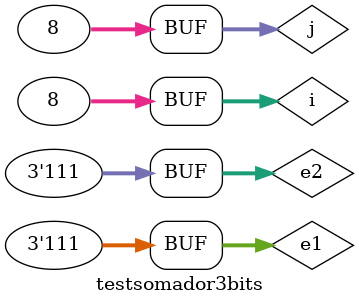
<source format=v>

module metodomeiasomanand(soma,carry,e1,e2);
output soma,carry;
input e1,e2;
wire temp1,temp2,temp3,temp4;

nand NAND1 (temp1,e1,e2);
nand NAND2 (temp2,temp1,e1);
nand NAND3 (temp3,temp1,e2);
nand NAND4 (soma,temp2,temp3);
nand NAND5 (temp4,e1,e2);
nand NAND6 (carry,temp4,temp4);

endmodule


module metodosomacompletanand(soma,carry,e1,e2,e3);

output soma,carry;
input e1,e2,e3;
wire temp1,temp2,temp3,tmp4,temp5;

metodomeiasomanand MEIASOMA1 (temp1,temp2,e1,e2);
metodomeiasomanand MEIASOMA2 (soma,temp3,temp1,e3);
nand NAND1(temp4,temp2,temp2); 
nand NAND2(temp5,temp3,temp3);
nand NAND3(carry,temp4,temp5);


endmodule


module metodosomacompleta3bits(soma,carry,e1,e2);

output [2:0]soma;
output carry;
input [2:0]e1,e2;
wire carry1,carry2;

metodomeiasomanand MEIASOMA1 (soma[0],carry1,e1[0],e2[0]);
metodosomacompletanand SOMACOMPLETA1 (soma[1],carry2,e1[1],e2[1],carry1);
metodosomacompletanand SOMACOMPLETA2 (soma[2],carry,e1[2],e2[2],carry2);

endmodule

module testsomador3bits;
reg [2:0]e1,e2;
wire [2:0]soma;
wire carry;
integer i,j;


metodosomacompleta3bits SOMACOMPLETA1 (soma,carry,e1,e2);

initial begin: start
		e1=0; e2=0;
end


	initial begin:main

		$display("Circuito Soma Completa com 3 bits ");
		#1 $display(" e1 +     e2 = carry  saida ");
		#1 $monitor(" %4b + %4b =   %b    %4b", e1,e2,carry,soma);

		for( i=0; i<=7; i = i+1 )
		begin
			e1 = i;
			for ( j=0; j<=7; j = j+1 )
			begin
				#1 e2 = j;
			end
		end

	end

endmodule



</source>
